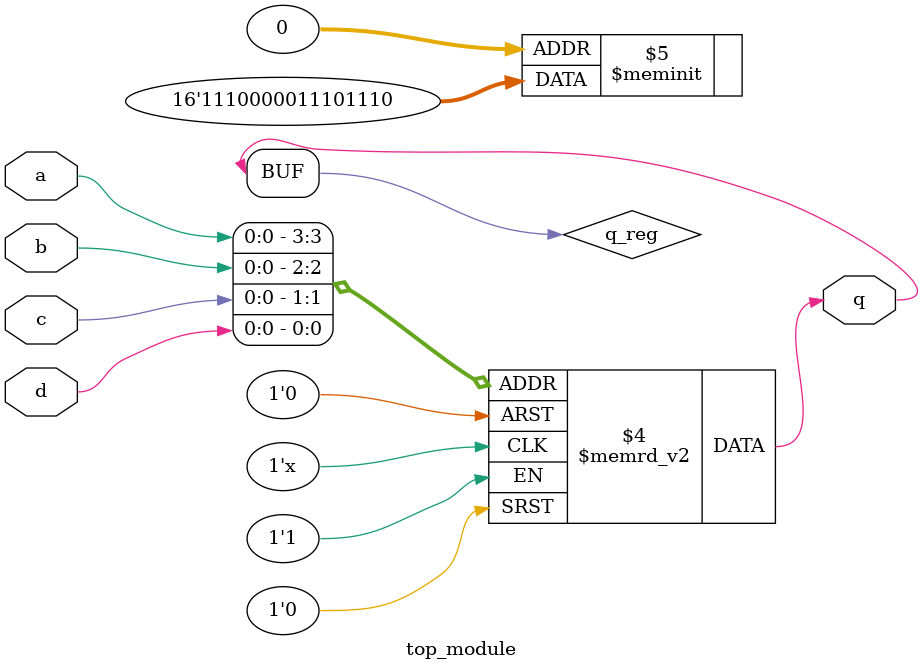
<source format=sv>
module top_module (
    input a, 
    input b, 
    input c, 
    input d,
    output q
);
    
    reg q_reg; // Output register
    
    always @(*) begin
        case ({a, b, c, d})
            4'b0000: q_reg = 1'b0;
            4'b0001: q_reg = 1'b1;
            4'b0010: q_reg = 1'b1;
            4'b0011: q_reg = 1'b1;
            4'b0100: q_reg = 1'b0;
            4'b0101: q_reg = 1'b1;
            4'b0110: q_reg = 1'b1;
            4'b0111: q_reg = 1'b1;
            4'b1000: q_reg = 1'b0;
            4'b1001: q_reg = 1'b0;
            4'b1010: q_reg = 1'b0;
            4'b1011: q_reg = 1'b0;
            4'b1100: q_reg = 1'b0;
            4'b1101: q_reg = 1'b1;
            4'b1110: q_reg = 1'b1;
            4'b1111: q_reg = 1'b1;
        endcase
    end
    
    assign q = q_reg;
endmodule

</source>
